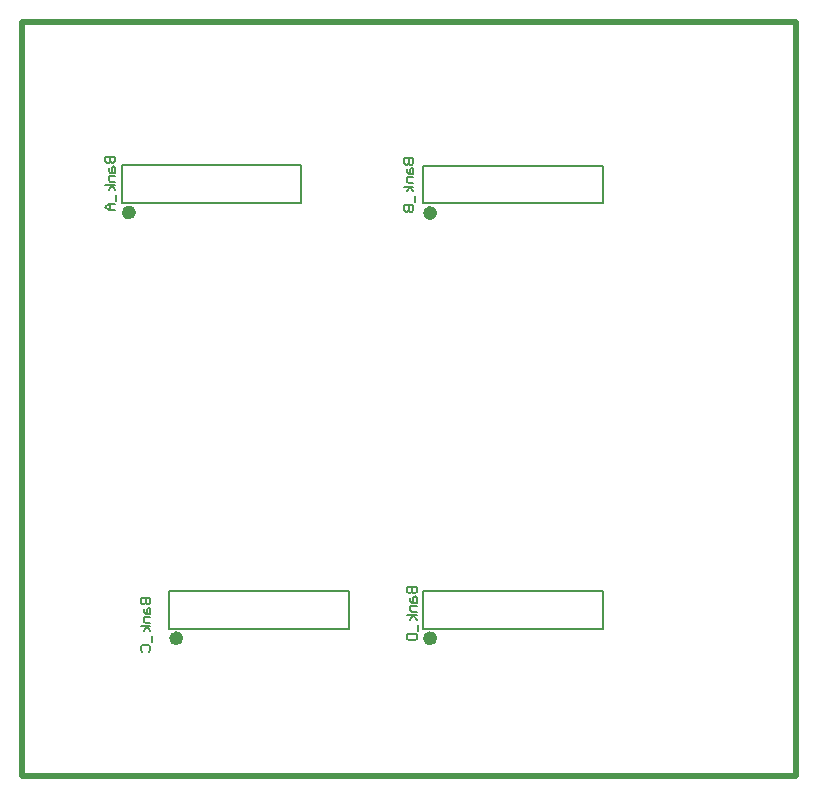
<source format=gbo>
G04*
G04 #@! TF.GenerationSoftware,Altium Limited,Altium Designer,21.7.1 (17)*
G04*
G04 Layer_Color=32896*
%FSLAX25Y25*%
%MOIN*%
G70*
G04*
G04 #@! TF.SameCoordinates,7C3BC35F-E18A-483C-85EC-813A21A3F68C*
G04*
G04*
G04 #@! TF.FilePolarity,Positive*
G04*
G01*
G75*
%ADD11C,0.01968*%
%ADD12C,0.00787*%
%ADD13C,0.00591*%
%ADD29C,0.02362*%
D11*
X-39500Y63000D02*
X218500Y63000D01*
X-39500Y63000D02*
X-39500Y-188500D01*
X218500D01*
X218500Y63000D02*
X218500Y-188500D01*
D12*
X94095Y-126772D02*
X153937D01*
X94095Y-139370D02*
X153937D01*
X94095D02*
Y-126772D01*
X153937Y-139370D02*
Y-126772D01*
X9449D02*
X69291D01*
X9449Y-139370D02*
X69291D01*
X9449D02*
Y-126772D01*
X69291Y-139370D02*
Y-126772D01*
X94095Y14961D02*
X153937D01*
X94095Y2362D02*
X153937D01*
X94095D02*
Y14961D01*
X153937Y2362D02*
Y14961D01*
X-6335Y15154D02*
X53508D01*
X-6335Y2555D02*
X53508D01*
X-6335D02*
Y15154D01*
X53508Y2555D02*
Y15154D01*
D13*
X88714Y-125429D02*
X91863D01*
Y-127004D01*
X91338Y-127529D01*
X90813D01*
X90289Y-127004D01*
Y-125429D01*
Y-127004D01*
X89764Y-127529D01*
X89239D01*
X88714Y-127004D01*
Y-125429D01*
X89764Y-129103D02*
Y-130152D01*
X90289Y-130677D01*
X91863D01*
Y-129103D01*
X91338Y-128578D01*
X90813Y-129103D01*
Y-130677D01*
X91863Y-131727D02*
X89764D01*
Y-133301D01*
X90289Y-133826D01*
X91863D01*
Y-134875D02*
X88714D01*
X90813D02*
X89764Y-136450D01*
X90813Y-134875D02*
X91863Y-136450D01*
X92388Y-138024D02*
Y-140123D01*
X88714Y-141172D02*
X91863D01*
Y-142747D01*
X91338Y-143271D01*
X89239D01*
X88714Y-142747D01*
Y-141172D01*
X-16Y-129194D02*
X3133D01*
Y-130769D01*
X2608Y-131293D01*
X2083D01*
X1558Y-130769D01*
Y-129194D01*
Y-130769D01*
X1034Y-131293D01*
X509D01*
X-16Y-130769D01*
Y-129194D01*
X1034Y-132868D02*
Y-133917D01*
X1558Y-134442D01*
X3133D01*
Y-132868D01*
X2608Y-132343D01*
X2083Y-132868D01*
Y-134442D01*
X3133Y-135492D02*
X1034D01*
Y-137066D01*
X1558Y-137591D01*
X3133D01*
Y-138640D02*
X-16D01*
X2083D02*
X1034Y-140214D01*
X2083Y-138640D02*
X3133Y-140214D01*
X3658Y-141789D02*
Y-143888D01*
X509Y-147036D02*
X-16Y-146512D01*
Y-145462D01*
X509Y-144937D01*
X2608D01*
X3133Y-145462D01*
Y-146512D01*
X2608Y-147036D01*
X87663Y17421D02*
X90812D01*
Y15847D01*
X90287Y15322D01*
X89762D01*
X89238Y15847D01*
Y17421D01*
Y15847D01*
X88713Y15322D01*
X88188D01*
X87663Y15847D01*
Y17421D01*
X88713Y13748D02*
Y12698D01*
X89238Y12173D01*
X90812D01*
Y13748D01*
X90287Y14272D01*
X89762Y13748D01*
Y12173D01*
X90812Y11124D02*
X88713D01*
Y9550D01*
X89238Y9025D01*
X90812D01*
Y7975D02*
X87663D01*
X89762D02*
X88713Y6401D01*
X89762Y7975D02*
X90812Y6401D01*
X91337Y4827D02*
Y2728D01*
X87663Y1678D02*
X90812D01*
Y104D01*
X90287Y-421D01*
X89762D01*
X89238Y104D01*
Y1678D01*
Y104D01*
X88713Y-421D01*
X88188D01*
X87663Y104D01*
Y1678D01*
X-11837Y17921D02*
X-8688D01*
Y16347D01*
X-9213Y15822D01*
X-9738D01*
X-10262Y16347D01*
Y17921D01*
Y16347D01*
X-10787Y15822D01*
X-11312D01*
X-11837Y16347D01*
Y17921D01*
X-10787Y14248D02*
Y13198D01*
X-10262Y12673D01*
X-8688D01*
Y14248D01*
X-9213Y14772D01*
X-9738Y14248D01*
Y12673D01*
X-8688Y11624D02*
X-10787D01*
Y10050D01*
X-10262Y9525D01*
X-8688D01*
Y8475D02*
X-11837D01*
X-9738D02*
X-10787Y6901D01*
X-9738Y8475D02*
X-8688Y6901D01*
X-8163Y5327D02*
Y3228D01*
X-8688Y2178D02*
X-10787D01*
X-11837Y1128D01*
X-10787Y79D01*
X-8688D01*
X-10262D01*
Y2178D01*
D29*
X97559Y-142571D02*
G03*
X97559Y-142571I-1181J0D01*
G01*
X12913D02*
G03*
X12913Y-142571I-1181J0D01*
G01*
X97559Y-839D02*
G03*
X97559Y-839I-1181J0D01*
G01*
X-2870Y-646D02*
G03*
X-2870Y-646I-1181J0D01*
G01*
M02*

</source>
